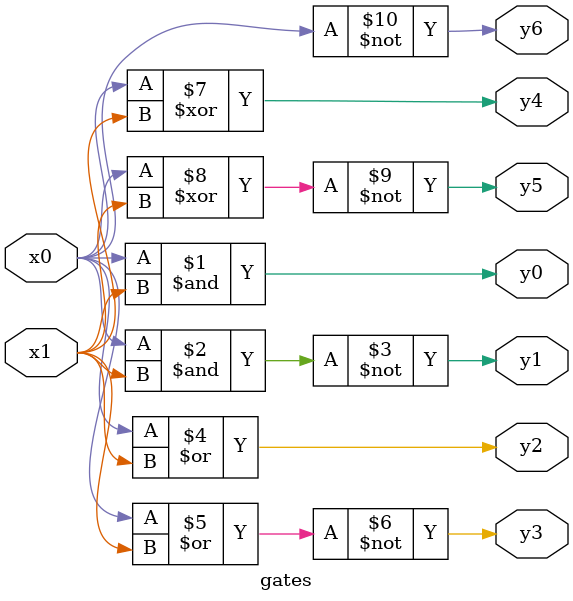
<source format=v>
`timescale 1ns / 1ps 


module gates(
    input x0,
    input x1,
    output y0,
    output y1,
    output y2,
    output y3,
    output y4,
    output y5,
    output y6
    );
    
//    assign y0 = x0 & x1;
//    assign y1 = ~(x0 & x1);
//    assign y2 = x0 | x1;
//    assign y3 = ~(x0 | x1);
//    assign y4 = x0 ^ x1;
//    assign y5 = ~(x0 ^ x1);
//    assign y6 = ~x0;
    
    // Gate Primitive
    and(y0, x0, x1); // gate(ouput, input, input);
    nand(y1, x0, x1);
    or(y2, x0, x1);
    nor(y3, x0, x1);
    xor(y4, x0, x1);
    xnor(y5, x0, x1);
    not(y6, x0);
    //subin love
    
endmodule

</source>
